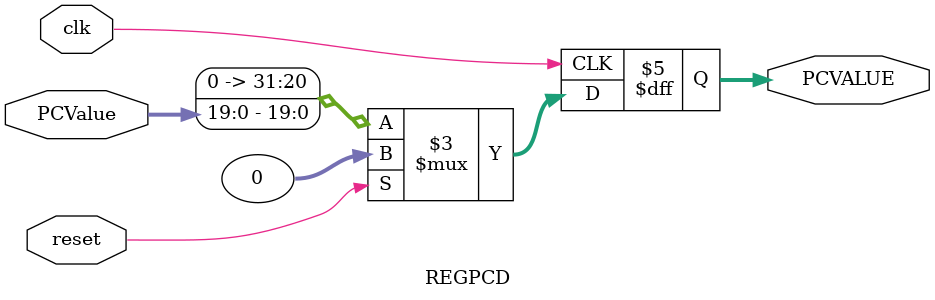
<source format=sv>
module REGPCD(input logic  [19:0] PCValue,
				 input logic clk, reset,
				 output logic [31:0] PCVALUE);
always_ff @(posedge clk) begin
if (reset) begin
PCVALUE <= 32'b0;
end
else begin
PCVALUE<= PCValue;
end
end					 
endmodule
</source>
